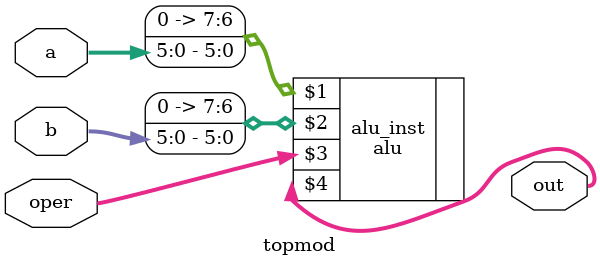
<source format=v>
`timescale 1ns / 1ps

module topmod(
    input [5:0]a,
    input [5:0]b,
    input [3:0]oper,
    output [7:0]out
);
    alu alu_inst({2'd0,a},{2'd0,b},oper,out);
endmodule

</source>
